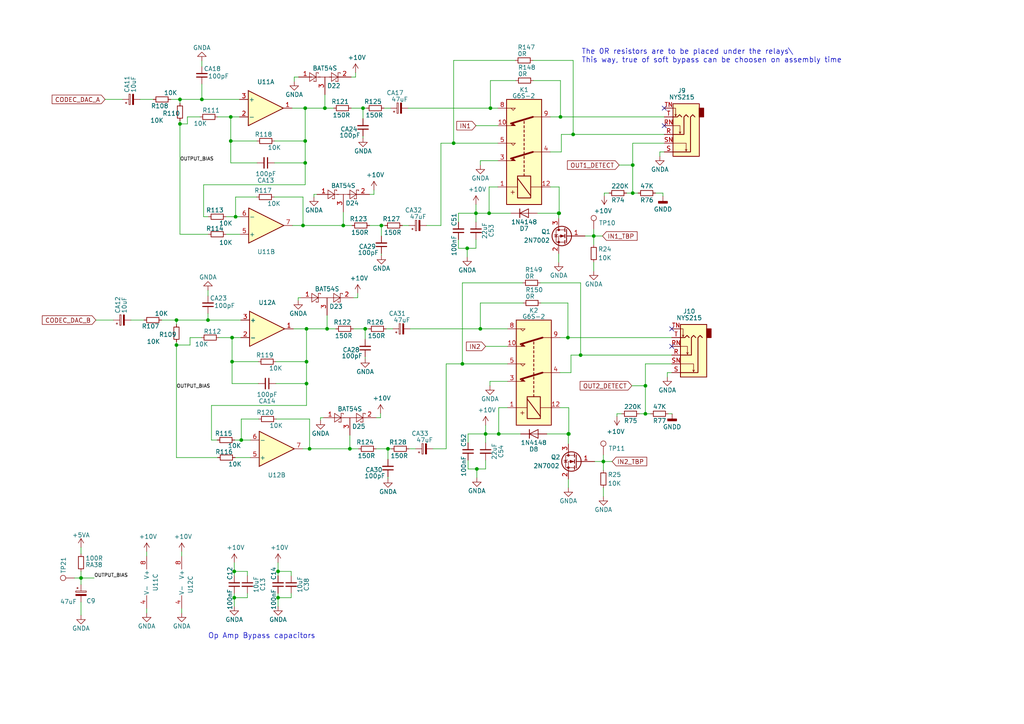
<source format=kicad_sch>
(kicad_sch (version 20211123) (generator eeschema)
  (paper "A4")
  (title_block (title "MOD DuoX - Bottom Board") (date "2022-01-26") (rev "Rev 2.0P2") (company "MOD Devices GmbH") (comment 1 "DuoX Audio processing board") (comment 2 "https://github.com/moddevices/mod-hw-duoX") (comment 3 "Inp Power: 12V 1A"))
  (junction (at 166.243 38.989))
  (junction (at 135.509 72.009))
  (junction (at 162.179 61.849))
  (junction (at 144.653 125.857))
  (junction (at 187.198 111.887))
  (junction (at 80.645 173.355))
  (junction (at 168.402 102.997))
  (junction (at 138.303 136.017))
  (junction (at 112.522 130.175))
  (junction (at 88.9 111.252))
  (junction (at 164.846 125.857))
  (junction (at 140.843 125.857))
  (junction (at 67.945 173.355))
  (junction (at 88.519 31.369))
  (junction (at 68.326 62.865))
  (junction (at 164.719 97.917))
  (junction (at 162.052 61.849))
  (junction (at 131.572 41.529))
  (junction (at 138.049 61.849))
  (junction (at 89.789 130.175))
  (junction (at 162.56 33.909))
  (junction (at 105.283 31.369))
  (junction (at 88.9 95.377))
  (junction (at 134.112 105.537))
  (junction (at 58.547 28.829))
  (junction (at 94.869 95.377))
  (junction (at 172.212 68.453))
  (junction (at 141.859 61.849))
  (junction (at 164.973 125.857))
  (junction (at 183.515 47.879))
  (junction (at 175.006 133.858))
  (junction (at 67.31 97.917))
  (junction (at 105.918 95.377))
  (junction (at 69.977 127.635))
  (junction (at 67.31 104.902))
  (junction (at 142.24 31.369))
  (junction (at 51.181 100.076))
  (junction (at 88.519 47.244))
  (junction (at 139.319 95.377))
  (junction (at 60.325 92.837))
  (junction (at 67.945 165.735))
  (junction (at 51.181 92.837))
  (junction (at 52.197 28.829))
  (junction (at 187.198 120.015))
  (junction (at 101.473 130.175))
  (junction (at 80.645 165.735))
  (junction (at 88.9 104.902))
  (junction (at 23.495 167.64))
  (junction (at 110.617 65.405))
  (junction (at 94.234 31.369))
  (junction (at 88.519 40.894))
  (junction (at 66.929 33.909))
  (junction (at 99.568 65.405))
  (junction (at 52.197 35.941))
  (junction (at 66.929 40.894))
  (junction (at 183.515 56.007))
  (junction (at 87.884 65.405))
  (no_connect (at 194.818 95.377))
  (no_connect (at 192.659 31.369))
  (no_connect (at 194.818 100.457))
  (no_connect (at 192.659 36.449))
  (wire (pts (xy 99.568 65.405) (xy 102.108 65.405)))
  (wire (pts (xy 101.473 130.175) (xy 101.473 126.238)))
  (wire (pts (xy 172.212 76.073) (xy 172.212 78.613)))
  (wire (pts (xy 139.319 46.609) (xy 139.319 47.879)))
  (wire (pts (xy 151.765 87.884) (xy 139.319 87.884)))
  (wire (pts (xy 193.548 109.347) (xy 193.548 108.077)))
  (wire (pts (xy 110.617 65.405) (xy 111.633 65.405)))
  (wire (pts (xy 69.977 121.539) (xy 69.977 127.635)))
  (wire (pts (xy 147.193 118.237) (xy 144.653 118.237)))
  (wire (pts (xy 144.399 36.449) (xy 138.049 36.449)))
  (wire (pts (xy 37.973 92.837) (xy 41.783 92.837)))
  (wire (pts (xy 165.608 102.997) (xy 165.608 108.077)))
  (wire (pts (xy 87.884 65.405) (xy 99.568 65.405)))
  (wire (pts (xy 88.519 40.894) (xy 88.519 31.369)))
  (wire (pts (xy 42.545 160.02) (xy 42.545 161.29)))
  (wire (pts (xy 99.568 65.405) (xy 99.568 61.468)))
  (wire (pts (xy 112.522 138.303) (xy 112.522 138.811)))
  (wire (pts (xy 164.973 125.857) (xy 164.973 118.237)))
  (wire (pts (xy 69.977 127.635) (xy 68.072 127.635)))
  (wire (pts (xy 71.755 167.005) (xy 71.755 165.735)))
  (wire (pts (xy 69.977 127.635) (xy 72.644 127.635)))
  (wire (pts (xy 162.814 38.989) (xy 166.243 38.989)))
  (wire (pts (xy 135.509 72.009) (xy 138.049 72.009)))
  (wire (pts (xy 144.653 125.857) (xy 151.003 125.857)))
  (wire (pts (xy 23.495 158.75) (xy 23.495 160.655)))
  (wire (pts (xy 58.039 33.909) (xy 54.356 33.909)))
  (wire (pts (xy 131.572 41.529) (xy 127.889 41.529)))
  (wire (pts (xy 140.843 136.017) (xy 140.843 133.477)))
  (wire (pts (xy 66.929 33.909) (xy 69.469 33.909)))
  (wire (pts (xy 80.645 172.085) (xy 80.645 173.355)))
  (wire (pts (xy 147.193 100.457) (xy 140.843 100.457)))
  (wire (pts (xy 164.846 138.938) (xy 164.846 141.478)))
  (wire (pts (xy 86.487 86.36) (xy 87.249 86.36)))
  (wire (pts (xy 63.5 97.917) (xy 67.31 97.917)))
  (wire (pts (xy 68.326 57.15) (xy 68.326 62.865)))
  (wire (pts (xy 51.181 92.837) (xy 51.181 94.107)))
  (wire (pts (xy 151.638 82.042) (xy 134.112 82.042)))
  (wire (pts (xy 105.918 98.425) (xy 105.918 95.377)))
  (wire (pts (xy 88.9 95.377) (xy 94.869 95.377)))
  (wire (pts (xy 138.303 138.557) (xy 138.303 136.017)))
  (wire (pts (xy 58.547 19.304) (xy 58.547 17.653)))
  (wire (pts (xy 135.763 133.477) (xy 135.763 136.017)))
  (wire (pts (xy 74.422 57.15) (xy 68.326 57.15)))
  (wire (pts (xy 105.283 31.369) (xy 106.299 31.369)))
  (wire (pts (xy 172.212 66.548) (xy 172.212 68.453)))
  (wire (pts (xy 159.639 33.909) (xy 162.56 33.909)))
  (wire (pts (xy 134.112 105.537) (xy 147.193 105.537)))
  (wire (pts (xy 187.198 105.537) (xy 194.818 105.537)))
  (wire (pts (xy 94.234 31.369) (xy 94.234 27.432)))
  (wire (pts (xy 58.547 28.829) (xy 69.469 28.829)))
  (wire (pts (xy 88.9 117.602) (xy 88.9 111.252)))
  (wire (pts (xy 164.846 125.857) (xy 158.623 125.857)))
  (wire (pts (xy 159.639 54.229) (xy 162.179 54.229)))
  (wire (pts (xy 60.452 67.945) (xy 52.197 67.945)))
  (wire (pts (xy 113.284 31.369) (xy 111.379 31.369)))
  (wire (pts (xy 27.813 92.837) (xy 32.893 92.837)))
  (wire (pts (xy 67.945 172.085) (xy 67.945 173.355)))
  (wire (pts (xy 165.608 102.997) (xy 168.402 102.997)))
  (wire (pts (xy 147.193 110.617) (xy 142.113 110.617)))
  (wire (pts (xy 135.509 74.549) (xy 135.509 72.009)))
  (wire (pts (xy 172.212 70.993) (xy 172.212 68.453)))
  (wire (pts (xy 142.113 110.617) (xy 142.113 111.887)))
  (wire (pts (xy 125.603 130.175) (xy 129.413 130.175)))
  (wire (pts (xy 108.458 56.388) (xy 108.458 55.118)))
  (wire (pts (xy 181.737 56.007) (xy 183.515 56.007)))
  (wire (pts (xy 52.705 160.02) (xy 52.705 161.29)))
  (wire (pts (xy 55.118 100.076) (xy 51.181 100.076)))
  (wire (pts (xy 105.283 31.369) (xy 101.854 31.369)))
  (wire (pts (xy 103.759 86.36) (xy 102.489 86.36)))
  (wire (pts (xy 94.869 95.377) (xy 97.409 95.377)))
  (wire (pts (xy 178.943 120.015) (xy 178.943 120.777)))
  (wire (pts (xy 179.578 47.879) (xy 183.515 47.879)))
  (wire (pts (xy 147.193 95.377) (xy 139.319 95.377)))
  (wire (pts (xy 112.522 133.223) (xy 112.522 130.175)))
  (wire (pts (xy 54.356 33.909) (xy 54.356 35.941)))
  (wire (pts (xy 175.006 131.953) (xy 175.006 133.858)))
  (wire (pts (xy 162.052 61.849) (xy 155.829 61.849)))
  (wire (pts (xy 101.473 130.175) (xy 89.789 130.175)))
  (wire (pts (xy 67.31 97.917) (xy 69.85 97.917)))
  (wire (pts (xy 79.502 57.15) (xy 87.884 57.15)))
  (wire (pts (xy 108.458 56.388) (xy 107.188 56.388)))
  (wire (pts (xy 79.629 47.244) (xy 88.519 47.244)))
  (wire (pts (xy 63.119 132.715) (xy 51.181 132.715)))
  (wire (pts (xy 88.519 47.244) (xy 88.519 40.894)))
  (wire (pts (xy 23.495 167.64) (xy 23.495 169.545)))
  (wire (pts (xy 110.363 121.158) (xy 109.093 121.158)))
  (wire (pts (xy 187.198 120.015) (xy 188.722 120.015)))
  (wire (pts (xy 138.049 59.309) (xy 138.049 61.849)))
  (wire (pts (xy 86.487 87.122) (xy 86.487 86.36)))
  (wire (pts (xy 84.455 167.005) (xy 84.455 165.735)))
  (wire (pts (xy 141.859 61.849) (xy 148.209 61.849)))
  (wire (pts (xy 164.719 87.884) (xy 164.719 97.917)))
  (wire (pts (xy 79.629 40.894) (xy 88.519 40.894)))
  (wire (pts (xy 89.789 121.539) (xy 89.789 130.175)))
  (wire (pts (xy 172.212 68.453) (xy 174.752 68.453)))
  (wire (pts (xy 175.006 141.478) (xy 175.006 144.018)))
  (wire (pts (xy 162.56 33.909) (xy 192.659 33.909)))
  (wire (pts (xy 164.719 97.917) (xy 194.818 97.917)))
  (wire (pts (xy 134.112 82.042) (xy 134.112 105.537)))
  (wire (pts (xy 144.399 54.229) (xy 141.859 54.229)))
  (wire (pts (xy 129.413 105.537) (xy 129.413 130.175)))
  (wire (pts (xy 140.843 123.317) (xy 140.843 125.857)))
  (wire (pts (xy 138.303 136.017) (xy 140.843 136.017)))
  (wire (pts (xy 101.473 130.175) (xy 104.013 130.175)))
  (wire (pts (xy 192.278 56.007) (xy 190.119 56.007)))
  (wire (pts (xy 135.763 136.017) (xy 138.303 136.017)))
  (wire (pts (xy 162.052 63.373) (xy 162.052 61.849)))
  (wire (pts (xy 183.515 47.879) (xy 183.515 56.007)))
  (wire (pts (xy 30.48 28.829) (xy 35.56 28.829)))
  (wire (pts (xy 49.53 28.829) (xy 52.197 28.829)))
  (wire (pts (xy 60.452 62.865) (xy 59.055 62.865)))
  (wire (pts (xy 193.802 120.015) (xy 194.945 120.015)))
  (wire (pts (xy 62.992 127.635) (xy 61.341 127.635)))
  (wire (pts (xy 59.055 53.594) (xy 88.519 53.594)))
  (wire (pts (xy 105.283 34.417) (xy 105.283 31.369)))
  (wire (pts (xy 72.644 132.715) (xy 68.199 132.715)))
  (wire (pts (xy 103.124 22.352) (xy 103.124 21.082)))
  (wire (pts (xy 175.006 133.858) (xy 177.546 133.858)))
  (wire (pts (xy 55.118 97.917) (xy 55.118 100.076)))
  (wire (pts (xy 144.653 118.237) (xy 144.653 125.857)))
  (wire (pts (xy 139.319 87.884) (xy 139.319 95.377)))
  (wire (pts (xy 144.399 31.369) (xy 142.24 31.369)))
  (wire (pts (xy 162.179 61.849) (xy 162.179 54.229)))
  (wire (pts (xy 52.197 35.941) (xy 52.197 67.945)))
  (wire (pts (xy 80.01 111.252) (xy 88.9 111.252)))
  (wire (pts (xy 118.618 65.405) (xy 116.713 65.405)))
  (wire (pts (xy 162.052 73.533) (xy 162.052 76.073)))
  (wire (pts (xy 192.278 56.896) (xy 192.278 56.007)))
  (wire (pts (xy 88.519 31.369) (xy 94.234 31.369)))
  (wire (pts (xy 51.181 100.076) (xy 51.181 99.187)))
  (wire (pts (xy 164.846 128.778) (xy 164.846 125.857)))
  (wire (pts (xy 142.24 31.369) (xy 142.24 23.368)))
  (wire (pts (xy 21.59 167.64) (xy 23.495 167.64)))
  (wire (pts (xy 187.198 105.537) (xy 187.198 111.887)))
  (wire (pts (xy 67.945 165.735) (xy 67.945 167.005)))
  (wire (pts (xy 85.344 23.622) (xy 85.344 22.352)))
  (wire (pts (xy 154.686 23.368) (xy 162.56 23.368)))
  (wire (pts (xy 52.705 176.53) (xy 52.705 177.8)))
  (wire (pts (xy 68.326 62.865) (xy 65.532 62.865)))
  (wire (pts (xy 175.006 136.398) (xy 175.006 133.858)))
  (wire (pts (xy 135.763 125.857) (xy 140.843 125.857)))
  (wire (pts (xy 191.389 45.339) (xy 191.389 44.069)))
  (wire (pts (xy 138.049 61.849) (xy 141.859 61.849)))
  (wire (pts (xy 154.559 17.526) (xy 166.243 17.526)))
  (wire (pts (xy 187.198 111.887) (xy 187.198 120.015)))
  (wire (pts (xy 132.969 72.009) (xy 135.509 72.009)))
  (wire (pts (xy 144.399 41.529) (xy 131.572 41.529)))
  (wire (pts (xy 52.197 35.052) (xy 52.197 35.941)))
  (wire (pts (xy 58.42 97.917) (xy 55.118 97.917)))
  (wire (pts (xy 105.918 95.377) (xy 106.934 95.377)))
  (wire (pts (xy 84.836 65.405) (xy 87.884 65.405)))
  (wire (pts (xy 129.413 105.537) (xy 134.112 105.537)))
  (wire (pts (xy 67.945 173.355) (xy 67.945 175.895)))
  (wire (pts (xy 85.09 95.377) (xy 88.9 95.377)))
  (wire (pts (xy 58.547 24.384) (xy 58.547 28.829)))
  (wire (pts (xy 61.341 117.602) (xy 88.9 117.602)))
  (wire (pts (xy 103.759 86.36) (xy 103.759 85.09)))
  (wire (pts (xy 140.843 125.857) (xy 140.843 128.397)))
  (wire (pts (xy 80.645 165.735) (xy 80.645 167.005)))
  (wire (pts (xy 112.522 130.175) (xy 109.093 130.175)))
  (wire (pts (xy 135.763 128.397) (xy 135.763 125.857)))
  (wire (pts (xy 88.519 53.594) (xy 88.519 47.244)))
  (wire (pts (xy 66.929 47.244) (xy 66.929 40.894)))
  (wire (pts (xy 89.789 130.175) (xy 87.884 130.175)))
  (wire (pts (xy 180.34 120.015) (xy 178.943 120.015)))
  (wire (pts (xy 162.179 61.849) (xy 162.052 61.849)))
  (wire (pts (xy 69.596 67.945) (xy 65.532 67.945)))
  (wire (pts (xy 23.495 174.625) (xy 23.495 178.435)))
  (wire (pts (xy 112.522 130.175) (xy 113.538 130.175)))
  (wire (pts (xy 165.608 108.077) (xy 162.433 108.077)))
  (wire (pts (xy 185.42 120.015) (xy 187.198 120.015)))
  (wire (pts (xy 169.672 68.453) (xy 172.212 68.453)))
  (wire (pts (xy 183.515 41.529) (xy 183.515 47.879)))
  (wire (pts (xy 110.363 121.158) (xy 110.363 119.888)))
  (wire (pts (xy 105.918 95.377) (xy 102.489 95.377)))
  (wire (pts (xy 127.889 41.529) (xy 127.889 65.405)))
  (wire (pts (xy 162.56 23.368) (xy 162.56 33.909)))
  (wire (pts (xy 23.495 165.735) (xy 23.495 167.64)))
  (wire (pts (xy 183.261 111.887) (xy 187.198 111.887)))
  (wire (pts (xy 162.814 38.989) (xy 162.814 44.069)))
  (wire (pts (xy 132.969 61.849) (xy 138.049 61.849)))
  (wire (pts (xy 131.572 41.529) (xy 131.572 17.526)))
  (wire (pts (xy 88.9 111.252) (xy 88.9 104.902)))
  (wire (pts (xy 68.326 62.865) (xy 69.596 62.865)))
  (wire (pts (xy 91.948 56.388) (xy 91.059 56.388)))
  (wire (pts (xy 192.659 44.069) (xy 191.389 44.069)))
  (wire (pts (xy 63.119 33.909) (xy 66.929 33.909)))
  (wire (pts (xy 168.402 102.997) (xy 194.818 102.997)))
  (wire (pts (xy 61.341 127.635) (xy 61.341 117.602)))
  (wire (pts (xy 52.197 29.972) (xy 52.197 28.829)))
  (wire (pts (xy 127.889 65.405) (xy 123.698 65.405)))
  (wire (pts (xy 71.755 172.085) (xy 71.755 173.355)))
  (wire (pts (xy 60.325 85.852) (xy 60.325 84.201)))
  (wire (pts (xy 80.137 121.539) (xy 89.789 121.539)))
  (wire (pts (xy 168.402 82.042) (xy 168.402 102.997)))
  (wire (pts (xy 156.718 82.042) (xy 168.402 82.042)))
  (wire (pts (xy 105.283 39.497) (xy 105.283 40.005)))
  (wire (pts (xy 84.455 172.085) (xy 84.455 173.355)))
  (wire (pts (xy 120.523 130.175) (xy 118.618 130.175)))
  (wire (pts (xy 91.059 56.388) (xy 91.059 57.15)))
  (wire (pts (xy 144.399 46.609) (xy 139.319 46.609)))
  (wire (pts (xy 162.433 118.237) (xy 164.973 118.237)))
  (wire (pts (xy 183.515 56.007) (xy 185.039 56.007)))
  (wire (pts (xy 85.344 22.352) (xy 86.614 22.352)))
  (wire (pts (xy 110.617 65.405) (xy 107.188 65.405)))
  (wire (pts (xy 40.64 28.829) (xy 44.45 28.829)))
  (wire (pts (xy 74.93 111.252) (xy 67.31 111.252)))
  (wire (pts (xy 132.969 64.389) (xy 132.969 61.849)))
  (wire (pts (xy 67.31 111.252) (xy 67.31 104.902)))
  (wire (pts (xy 110.617 73.533) (xy 110.617 74.041)))
  (wire (pts (xy 67.945 163.195) (xy 67.945 165.735)))
  (wire (pts (xy 92.964 121.92) (xy 92.964 121.158)))
  (wire (pts (xy 110.617 68.453) (xy 110.617 65.405)))
  (wire (pts (xy 74.549 40.894) (xy 66.929 40.894)))
  (wire (pts (xy 84.455 165.735) (xy 80.645 165.735)))
  (wire (pts (xy 60.325 92.837) (xy 69.85 92.837)))
  (wire (pts (xy 175.26 56.007) (xy 175.26 56.769)))
  (wire (pts (xy 139.319 95.377) (xy 118.999 95.377)))
  (wire (pts (xy 164.973 125.857) (xy 164.846 125.857)))
  (wire (pts (xy 84.455 173.355) (xy 80.645 173.355)))
  (wire (pts (xy 66.929 40.894) (xy 66.929 33.909)))
  (wire (pts (xy 113.919 95.377) (xy 112.014 95.377)))
  (wire (pts (xy 93.853 121.158) (xy 92.964 121.158)))
  (wire (pts (xy 172.466 133.858) (xy 175.006 133.858)))
  (wire (pts (xy 71.755 173.355) (xy 67.945 173.355)))
  (wire (pts (xy 52.197 28.829) (xy 58.547 28.829)))
  (wire (pts (xy 140.843 125.857) (xy 144.653 125.857)))
  (wire (pts (xy 142.24 23.368) (xy 149.606 23.368)))
  (wire (pts (xy 80.01 104.902) (xy 88.9 104.902)))
  (wire (pts (xy 162.814 44.069) (xy 159.639 44.069)))
  (wire (pts (xy 51.181 132.715) (xy 51.181 100.076)))
  (wire (pts (xy 162.433 97.917) (xy 164.719 97.917)))
  (wire (pts (xy 80.645 163.195) (xy 80.645 165.735)))
  (wire (pts (xy 54.356 35.941) (xy 52.197 35.941)))
  (wire (pts (xy 80.645 173.355) (xy 80.645 175.895)))
  (wire (pts (xy 46.863 92.837) (xy 51.181 92.837)))
  (wire (pts (xy 59.055 62.865) (xy 59.055 53.594)))
  (wire (pts (xy 94.234 31.369) (xy 96.774 31.369)))
  (wire (pts (xy 105.918 103.505) (xy 105.918 104.013)))
  (wire (pts (xy 27.305 167.64) (xy 23.495 167.64)))
  (wire (pts (xy 194.818 108.077) (xy 193.548 108.077)))
  (wire (pts (xy 156.845 87.884) (xy 164.719 87.884)))
  (wire (pts (xy 75.057 121.539) (xy 69.977 121.539)))
  (wire (pts (xy 74.549 47.244) (xy 66.929 47.244)))
  (wire (pts (xy 71.755 165.735) (xy 67.945 165.735)))
  (wire (pts (xy 51.181 92.837) (xy 60.325 92.837)))
  (wire (pts (xy 141.859 54.229) (xy 141.859 61.849)))
  (wire (pts (xy 176.657 56.007) (xy 175.26 56.007)))
  (wire (pts (xy 60.325 90.932) (xy 60.325 92.837)))
  (wire (pts (xy 166.243 17.526) (xy 166.243 38.989)))
  (wire (pts (xy 87.884 57.15) (xy 87.884 65.405)))
  (wire (pts (xy 84.709 31.369) (xy 88.519 31.369)))
  (wire (pts (xy 138.049 72.009) (xy 138.049 69.469)))
  (wire (pts (xy 94.869 95.377) (xy 94.869 91.44)))
  (wire (pts (xy 132.969 69.469) (xy 132.969 72.009)))
  (wire (pts (xy 88.9 104.902) (xy 88.9 95.377)))
  (wire (pts (xy 192.659 41.529) (xy 183.515 41.529)))
  (wire (pts (xy 103.124 22.352) (xy 101.854 22.352)))
  (wire (pts (xy 42.545 176.53) (xy 42.545 177.8)))
  (wire (pts (xy 138.049 61.849) (xy 138.049 64.389)))
  (wire (pts (xy 67.31 104.902) (xy 67.31 97.917)))
  (wire (pts (xy 166.243 38.989) (xy 192.659 38.989)))
  (wire (pts (xy 74.93 104.902) (xy 67.31 104.902)))
  (wire (pts (xy 142.24 31.369) (xy 118.364 31.369)))
  (wire (pts (xy 131.572 17.526) (xy 149.479 17.526)))
  (text "The 0R resistors are to be placed under the relays\\\nThis way, true of soft bypass can be choosen on assembly time\n" (at 168.656 18.415 0) (effects (font (size 1.524 1.524)) (justify left bottom)))
  (text "Op Amp Bypass capacitors" (at 60.325 185.42 0) (effects (font (size 1.524 1.524)) (justify left bottom)))
  (label "OUTPUT_BIAS" (at 51.181 112.776 0) (effects (font (size 0.9906 0.9906))))
  (label "OUTPUT_BIAS" (at 27.305 167.64 0) (effects (font (size 0.9906 0.9906))))
  (label "OUTPUT_BIAS" (at 52.197 46.863 0) (effects (font (size 0.9906 0.9906))))
  (global_label "IN2_TBP" (shape input) (at 177.546 133.858 0) (property "Intersheet References" "${INTERSHEET_REFS}" (effects hide)))
  (global_label "IN1" (shape input) (at 138.049 36.449 180) (property "Intersheet References" "${INTERSHEET_REFS}" (effects hide)))
  (global_label "IN2" (shape input) (at 140.843 100.457 180) (property "Intersheet References" "${INTERSHEET_REFS}" (effects hide)))
  (global_label "OUT1_DETECT" (shape input) (at 179.578 47.879 180) (property "Intersheet References" "${INTERSHEET_REFS}" (effects hide)))
  (global_label "CODEC_DAC_A" (shape input) (at 30.48 28.829 180) (property "Intersheet References" "${INTERSHEET_REFS}" (effects hide)))
  (global_label "OUT2_DETECT" (shape input) (at 183.261 111.887 180) (property "Intersheet References" "${INTERSHEET_REFS}" (effects hide)))
  (global_label "IN1_TBP" (shape input) (at 174.752 68.453 0) (property "Intersheet References" "${INTERSHEET_REFS}" (effects hide)))
  (global_label "CODEC_DAC_B" (shape input) (at 27.813 92.837 180) (property "Intersheet References" "${INTERSHEET_REFS}" (effects hide)))
  (symbol (lib_id "bottom-board-rescue:CP_Small-Device") (at 115.824 31.369 90) (unit 1)
    (property "Reference" "CA17" (at 117.094 26.924 90) (effects (justify left)))
    (property "Value" "47uF" (at 118.364 28.829 90) (effects (justify left)))
    (property "Footprint" "Capacitor_SMD:CP_Elec_6.3x7.7" (effects hide))
    (property "MPN" "EDK476M016A9DAA" (effects hide))
  )
  (symbol (lib_id "bottom-board-rescue:AudioJack3_Switch-Connector") (at 197.739 38.989 180) (unit 1)
    (property "Reference" "J9" (at 197.739 26.289 0))
    (property "Value" "NYS215" (at 197.739 28.194 0))
    (property "Footprint" "footprints:NMJ6HCD2" (effects hide))
    (property "MPN" "NYS215" (effects hide))
  )
  (symbol (lib_id "bottom-board-rescue:GNDA-power") (at 191.389 45.339 0) (unit 1)
    (property "Reference" "#PWR0135" (effects hide))
    (property "Value" "GNDA" (at 191.389 49.149 0))
  )
  (symbol (lib_id "bottom-board-rescue:GNDA-power") (at 135.509 74.549 0) (unit 1)
    (property "Reference" "#PWR0127" (effects hide))
    (property "Value" "GNDA" (at 135.509 78.359 0))
  )
  (symbol (lib_id "bottom-board-rescue:GNDA-power") (at 164.846 141.478 0) (unit 1)
    (property "Reference" "#PWR0134" (effects hide))
    (property "Value" "GNDA" (at 164.846 145.288 0))
  )
  (symbol (lib_id "bottom-board-rescue:GNDA-power") (at 175.006 144.018 0) (unit 1)
    (property "Reference" "#PWR0138" (effects hide))
    (property "Value" "GNDA" (at 175.006 147.828 0))
  )
  (symbol (lib_id "bottom-board-rescue:GNDA-power") (at 142.113 111.887 0) (unit 1)
    (property "Reference" "#PWR0132" (effects hide))
    (property "Value" "GNDA" (at 142.113 115.697 0))
  )
  (symbol (lib_id "bottom-board-rescue:GNDA-power") (at 138.303 138.557 0) (unit 1)
    (property "Reference" "#PWR0128" (effects hide))
    (property "Value" "GNDA" (at 138.303 142.367 0))
  )
  (symbol (lib_id "bottom-board-rescue:Q_NMOS_GSD-Device") (at 164.592 68.453 0) (mirror y) (unit 1)
    (property "Reference" "Q1" (at 156.972 67.183 0) (effects (justify right)))
    (property "Value" "2N7002" (at 151.892 69.723 0) (effects (justify right)))
    (property "Footprint" "Package_TO_SOT_SMD:SOT-23" (effects hide))
    (property "MPN" "DO NOT PLACE" (effects hide))
    (property "MPN2" "2N7002P 215" (effects hide))
  )
  (symbol (lib_id "bottom-board-rescue:GNDA-power") (at 162.052 76.073 0) (unit 1)
    (property "Reference" "#PWR0133" (effects hide))
    (property "Value" "GNDA" (at 162.052 79.883 0))
  )
  (symbol (lib_id "bottom-board-rescue:GNDA-power") (at 172.212 78.613 0) (unit 1)
    (property "Reference" "#PWR0137" (effects hide))
    (property "Value" "GNDA" (at 172.212 82.423 0))
  )
  (symbol (lib_id "bottom-board-rescue:GNDA-power") (at 139.319 47.879 0) (unit 1)
    (property "Reference" "#PWR0131" (effects hide))
    (property "Value" "GNDA" (at 139.319 51.689 0))
  )
  (symbol (lib_id "bottom-board-rescue:1N4148WS-Diode") (at 152.019 61.849 0) (unit 1)
    (property "Reference" "D7" (at 152.019 66.294 0))
    (property "Value" "1N4148" (at 152.019 64.389 0))
    (property "Footprint" "Diode_SMD:D_SOD-323" (effects hide))
    (property "MPN" "DO NOT PLACE" (effects hide))
    (property "MPN2" "1N4148WX-TP" (effects hide))
  )
  (symbol (lib_id "bottom-board-rescue:LM4562-Amplifier_Operational") (at 77.089 31.369 0) (unit 1)
    (property "Reference" "U11" (at 77.089 23.749 0))
    (property "Datasheet" "http://www.ti.com/lit/ds/symlink/opa1678.pdf" (effects hide))
    (property "MPN" "OPA1678IDR" (effects hide))
    (property "MPN2" "LM833DR2G" (effects hide))
  )
  (symbol (lib_id "bottom-board-rescue:LM4562-Amplifier_Operational") (at 45.085 168.91 0) (unit 3)
    (property "Reference" "U11" (at 45.085 168.91 90))
    (property "Datasheet" "http://www.ti.com/lit/ds/symlink/opa1678.pdf" (effects hide))
    (property "MPN" "OPA1678IDR" (effects hide))
    (property "MPN2" "LM833DR2G" (effects hide))
  )
  (symbol (lib_id "bottom-board-rescue:G6S-2-Relay") (at 154.813 108.077 90) (unit 1)
    (property "Reference" "K2" (at 154.813 90.043 90))
    (property "Value" "G6S-2" (at 154.813 91.821 90))
    (property "Footprint" "footprints:Relay_DPDT_Omron_G6S-2F" (effects hide))
    (property "Datasheet" "http://omronfs.omron.com/en_US/ecb/products/pdf/en-g6s.pdf" (effects hide))
    (property "MPN" "DO NOT PLACE" (effects hide))
    (property "MPN2" "EE2-12NU-L" (effects hide))
  )
  (symbol (lib_id "bottom-board-rescue:LM4562-Amplifier_Operational") (at 77.216 65.405 0) (mirror x) (unit 2)
    (property "Reference" "U11" (at 77.216 73.025 0))
    (property "Datasheet" "http://www.ti.com/lit/ds/symlink/opa1678.pdf" (effects hide))
    (property "MPN" "OPA1678IDR" (effects hide))
    (property "MPN2" "LM833DR2G" (effects hide))
  )
  (symbol (lib_id "bottom-board-rescue:LM4562-Amplifier_Operational") (at 55.245 168.91 0) (unit 3)
    (property "Reference" "U12" (at 55.245 169.545 90))
    (property "Datasheet" "http://www.ti.com/lit/ds/symlink/opa1678.pdf" (effects hide))
    (property "MPN" "OPA1678IDR" (effects hide))
    (property "MPN2" "LM833DR2G" (effects hide))
  )
  (symbol (lib_id "bottom-board-rescue:LM4562-Amplifier_Operational") (at 77.47 95.377 0) (unit 1)
    (property "Reference" "U12" (at 77.47 87.757 0))
    (property "Datasheet" "http://www.ti.com/lit/ds/symlink/opa1678.pdf" (effects hide))
    (property "MPN" "OPA1678IDR" (effects hide))
    (property "MPN2" "LM833DR2G" (effects hide))
  )
  (symbol (lib_id "bottom-board-rescue:LM4562-Amplifier_Operational") (at 80.264 130.175 0) (mirror x) (unit 2)
    (property "Reference" "U12" (at 80.264 137.795 0))
    (property "Datasheet" "http://www.ti.com/lit/ds/symlink/opa1678.pdf" (effects hide))
    (property "MPN" "OPA1678IDR" (effects hide))
    (property "MPN2" "LM833DR2G" (effects hide))
  )
  (symbol (lib_id "bottom-board-rescue:R_Small-Device") (at 46.99 28.829 90) (unit 1)
    (property "Reference" "R108" (at 48.895 30.734 90) (effects (justify left)))
    (property "Value" "10K" (at 51.435 26.924 90) (effects (justify left)))
    (property "Footprint" "Resistor_SMD:R_0603_1608Metric" (effects hide))
    (property "MPN" "RR0816P-103-D" (effects hide))
  )
  (symbol (lib_id "bottom-board-rescue:R_Small-Device") (at 44.323 92.837 90) (unit 1)
    (property "Reference" "R107" (at 46.228 94.615 90) (effects (justify left)))
    (property "Value" "10K" (at 48.768 90.932 90) (effects (justify left)))
    (property "Footprint" "Resistor_SMD:R_0603_1608Metric" (effects hide))
    (property "MPN" "RR0816P-103-D" (effects hide))
  )
  (symbol (lib_id "bottom-board-rescue:R_Small-Device") (at 77.089 40.894 90) (mirror x) (unit 1)
    (property "Reference" "R118" (at 78.994 38.989 90) (effects (justify left)))
    (property "Value" "10K" (at 81.534 42.799 90) (effects (justify left)))
    (property "Footprint" "Resistor_SMD:R_0603_1608Metric" (effects hide))
    (property "MPN" "RR0816P-103-D" (effects hide))
  )
  (symbol (lib_id "bottom-board-rescue:CP_Small-Device") (at 38.1 28.829 90) (unit 1)
    (property "Reference" "CA11" (at 36.83 26.924 0) (effects (justify left)))
    (property "Value" "10uF" (at 38.735 26.924 0) (effects (justify left)))
    (property "Footprint" "Capacitor_SMD:CP_Elec_4x5.7" (effects hide))
    (property "MPN" "EEE-HB1C100R" (effects hide))
  )
  (symbol (lib_id "bottom-board-rescue:CP_Small-Device") (at 35.433 92.837 90) (unit 1)
    (property "Reference" "CA12" (at 34.163 90.932 0) (effects (justify left)))
    (property "Value" "10uF" (at 36.068 90.932 0) (effects (justify left)))
    (property "Footprint" "Capacitor_SMD:CP_Elec_4x5.7" (effects hide))
    (property "MPN" "EEE-HB1C100R" (effects hide))
  )
  (symbol (lib_id "bottom-board-rescue:C_Small-Device") (at 132.969 66.929 180) (unit 1)
    (property "Reference" "C51" (at 131.699 65.659 90) (effects (justify right)))
    (property "Value" "100nF" (at 131.699 68.199 90) (effects (justify left)))
    (property "Footprint" "Capacitor_SMD:C_0603_1608Metric" (effects hide))
    (property "MPN" "DO NOT PLACE" (effects hide))
    (property "MPN2" "GCM188R71C104KA37D" (effects hide))
  )
  (symbol (lib_id "bottom-board-rescue:C_Small-Device") (at 135.763 130.937 180) (unit 1)
    (property "Reference" "C52" (at 134.493 129.667 90) (effects (justify right)))
    (property "Value" "100nF" (at 134.493 132.207 90) (effects (justify left)))
    (property "Footprint" "Capacitor_SMD:C_0603_1608Metric" (effects hide))
    (property "MPN" "DO NOT PLACE" (effects hide))
    (property "MPN2" "GCM188R71C104KA37D" (effects hide))
  )
  (symbol (lib_id "bottom-board-rescue:AudioJack3_Switch-Connector") (at 199.898 102.997 180) (unit 1)
    (property "Reference" "J10" (at 199.898 90.297 0))
    (property "Value" "NYS215" (at 199.898 92.202 0))
    (property "Footprint" "footprints:NMJ6HCD2" (effects hide))
    (property "MPN" "NYS215" (effects hide))
  )
  (symbol (lib_id "bottom-board-rescue:GNDA-power") (at 193.548 109.347 0) (unit 1)
    (property "Reference" "#PWR0136" (effects hide))
    (property "Value" "GNDA" (at 193.548 113.157 0))
  )
  (symbol (lib_id "bottom-board-rescue:C_Small-Device") (at 77.089 47.244 270) (mirror x) (unit 1)
    (property "Reference" "CA13" (at 77.089 52.324 90))
    (property "Value" "100pF" (at 77.089 50.419 90))
    (property "Footprint" "Capacitor_SMD:C_0603_1608Metric" (effects hide))
    (property "MPN" "C0603C101J3GACTU" (effects hide))
  )
  (symbol (lib_id "bottom-board-rescue:1N4148WS-Diode") (at 154.813 125.857 0) (unit 1)
    (property "Reference" "D8" (at 154.813 130.302 0))
    (property "Value" "1N4148" (at 154.813 128.397 0))
    (property "Footprint" "Diode_SMD:D_SOD-323" (effects hide))
    (property "MPN" "DO NOT PLACE" (effects hide))
    (property "MPN2" "1N4148WX-TP" (effects hide))
  )
  (symbol (lib_id "bottom-board-rescue:R_Small-Device") (at 77.47 104.902 90) (mirror x) (unit 1)
    (property "Reference" "R119" (at 79.375 102.997 90) (effects (justify left)))
    (property "Value" "10K" (at 81.915 106.807 90) (effects (justify left)))
    (property "Footprint" "Resistor_SMD:R_0603_1608Metric" (effects hide))
    (property "MPN" "RR0816P-103-D" (effects hide))
  )
  (symbol (lib_id "bottom-board-rescue:C_Small-Device") (at 77.47 111.252 270) (mirror x) (unit 1)
    (property "Reference" "CA14" (at 77.47 116.332 90))
    (property "Value" "100pF" (at 77.47 114.427 90))
    (property "Footprint" "Capacitor_SMD:C_0603_1608Metric" (effects hide))
    (property "MPN" "C0603C101J3GACTU" (effects hide))
  )
  (symbol (lib_id "bottom-board-rescue:Q_NMOS_GSD-Device") (at 167.386 133.858 0) (mirror y) (unit 1)
    (property "Reference" "Q2" (at 159.766 132.588 0) (effects (justify right)))
    (property "Value" "2N7002" (at 154.686 135.128 0) (effects (justify right)))
    (property "Footprint" "Package_TO_SOT_SMD:SOT-23" (effects hide))
    (property "MPN" "DO NOT PLACE" (effects hide))
    (property "MPN2" "2N7002P 215" (effects hide))
  )
  (symbol (lib_id "bottom-board-rescue:R_Small-Device") (at 172.212 73.533 0) (unit 1)
    (property "Reference" "R24" (at 173.482 72.263 0) (effects (justify left)))
    (property "Value" "10K" (at 173.482 74.803 0) (effects (justify left)))
    (property "Footprint" "Resistor_SMD:R_0603_1608Metric" (effects hide))
    (property "MPN" "DO NOT PLACE" (effects hide))
  )
  (symbol (lib_id "bottom-board-rescue:R_Small-Device") (at 175.006 138.938 0) (unit 1)
    (property "Reference" "R25" (at 176.276 137.668 0) (effects (justify left)))
    (property "Value" "10K" (at 176.276 140.208 0) (effects (justify left)))
    (property "Footprint" "Resistor_SMD:R_0603_1608Metric" (effects hide))
    (property "MPN" "DO NOT PLACE" (effects hide))
  )
  (symbol (lib_id "bottom-board-rescue:G6S-2-Relay") (at 152.019 44.069 90) (unit 1)
    (property "Reference" "K1" (at 152.019 26.035 90))
    (property "Value" "G6S-2" (at 151.892 27.813 90))
    (property "Footprint" "footprints:Relay_DPDT_Omron_G6S-2F" (effects hide))
    (property "Datasheet" "http://omronfs.omron.com/en_US/ecb/products/pdf/en-g6s.pdf" (effects hide))
    (property "MPN" "DO NOT PLACE" (effects hide))
    (property "MPN2" "EE2-12NU-L" (effects hide))
  )
  (symbol (lib_id "bottom-board-rescue:TestPoint-Connector") (at 21.59 167.64 90) (unit 1)
    (property "Reference" "TP21" (at 18.415 166.37 0) (effects (justify left)))
    (property "Value" "TestPoint" (effects hide))
    (property "Footprint" "TestPoint:TestPoint_Pad_D1.0mm" (effects hide))
  )
  (symbol (lib_id "bottom-board-rescue:GNDA-power") (at 23.495 178.435 0) (unit 1)
    (property "Reference" "#PWR0104" (effects hide))
    (property "Value" "GNDA" (at 23.495 182.245 0))
  )
  (symbol (lib_id "bottom-board-rescue:GNDA-power") (at 52.705 177.8 0) (unit 1)
    (property "Reference" "#PWR0109" (effects hide))
    (property "Value" "GNDA" (at 52.705 181.61 0))
  )
  (symbol (lib_id "bottom-board-rescue:GNDA-power") (at 42.545 177.8 0) (unit 1)
    (property "Reference" "#PWR0107" (effects hide))
    (property "Value" "GNDA" (at 42.545 181.61 0))
  )
  (symbol (lib_id "bottom-board-rescue:GNDA-power") (at 67.945 175.895 0) (unit 1)
    (property "Reference" "#PWR0111" (effects hide))
    (property "Value" "GNDA" (at 67.945 179.705 0))
  )
  (symbol (lib_id "bottom-board-rescue:C_Small-Device") (at 67.945 169.545 180) (unit 1)
    (property "Reference" "C12" (at 66.675 168.275 90) (effects (justify right)))
    (property "Value" "100nF" (at 66.675 170.815 90) (effects (justify left)))
    (property "Footprint" "Capacitor_SMD:C_0603_1608Metric" (effects hide))
    (property "MPN" "GCM188R71C104KA37D" (effects hide))
  )
  (symbol (lib_id "bottom-board-rescue:C_Small-Device") (at 71.755 169.545 0) (mirror y) (unit 1)
    (property "Reference" "C13" (at 76.2 169.545 90))
    (property "Value" "10uF" (at 74.295 169.545 90))
    (property "Footprint" "Capacitor_SMD:C_0805_2012Metric" (effects hide))
    (property "MPN" "GRM219R61E106KA12D" (effects hide))
  )
  (symbol (lib_id "bottom-board-rescue:GNDA-power") (at 80.645 175.895 0) (unit 1)
    (property "Reference" "#PWR0113" (effects hide))
    (property "Value" "GNDA" (at 80.645 179.705 0))
  )
  (symbol (lib_id "bottom-board-rescue:C_Small-Device") (at 80.645 169.545 180) (unit 1)
    (property "Reference" "C14" (at 79.375 168.275 90) (effects (justify right)))
    (property "Value" "100nF" (at 79.375 170.815 90) (effects (justify left)))
    (property "Footprint" "Capacitor_SMD:C_0603_1608Metric" (effects hide))
    (property "MPN" "GCM188R71C104KA37D" (effects hide))
  )
  (symbol (lib_id "bottom-board-rescue:C_Small-Device") (at 84.455 169.545 0) (mirror y) (unit 1)
    (property "Reference" "C38" (at 88.9 169.545 90))
    (property "Value" "10uF" (at 86.995 169.545 90))
    (property "Footprint" "Capacitor_SMD:C_0805_2012Metric" (effects hide))
    (property "MPN" "GRM219R61E106KA12D" (effects hide))
  )
  (symbol (lib_id "bottom-board-rescue:TestPoint-Connector") (at 172.212 66.548 0) (unit 1)
    (property "Reference" "TP10" (at 173.6852 64.6684 0) (effects (justify left)))
    (property "Value" "TestPoint" (effects hide))
    (property "Footprint" "TestPoint:TestPoint_Pad_D1.0mm" (effects hide))
  )
  (symbol (lib_id "bottom-board-rescue:TestPoint-Connector") (at 175.006 131.953 0) (unit 1)
    (property "Reference" "TP11" (at 176.4792 130.0734 0) (effects (justify left)))
    (property "Value" "TestPoint" (effects hide))
    (property "Footprint" "TestPoint:TestPoint_Pad_D1.0mm" (effects hide))
  )
  (symbol (lib_id "bottom-board-rescue:C_Small-Device") (at 138.049 66.929 0) (mirror y) (unit 1)
    (property "Reference" "C53" (at 142.494 66.929 90))
    (property "Value" "22uF" (at 140.589 66.929 90))
    (property "Footprint" "Capacitor_SMD:C_0805_2012Metric" (effects hide))
    (property "MPN" "DO NOT PLACE" (effects hide))
    (property "MPN2" "CL21A226MPQNNNE" (effects hide))
  )
  (symbol (lib_id "bottom-board-rescue:C_Small-Device") (at 140.843 130.937 0) (mirror y) (unit 1)
    (property "Reference" "C54" (at 145.288 130.937 90))
    (property "Value" "22uF" (at 143.383 130.937 90))
    (property "Footprint" "Capacitor_SMD:C_0805_2012Metric" (effects hide))
    (property "MPN" "DO NOT PLACE" (effects hide))
    (property "MPN2" "CL21A226MPQNNNE" (effects hide))
  )
  (symbol (lib_id "bottom-board-rescue:CP_Small-Device") (at 23.495 172.085 0) (unit 1)
    (property "Reference" "C9" (at 25.019 174.2948 0) (effects (justify left)))
    (property "Value" "47uF" (at 17.399 174.5234 0) (effects (justify left)))
    (property "Footprint" "Capacitor_SMD:CP_Elec_5x5.4" (effects hide))
    (property "MPN" "EDK476M016A9DAA" (effects hide))
  )
  (symbol (lib_id "bottom-board-rescue:+5VA-power") (at 23.495 158.75 0) (mirror y) (unit 1)
    (property "Reference" "#PWR0154" (effects hide))
    (property "Value" "+5VA" (at 23.495 155.194 0))
  )
  (symbol (lib_id "bottom-board-rescue:R_Small-Device") (at 23.495 163.195 0) (unit 1)
    (property "Reference" "RA38" (at 24.765 163.83 0) (effects (justify left)))
    (property "Value" "100R" (at 24.765 161.925 0) (effects (justify left)))
    (property "Footprint" "Resistor_SMD:R_0603_1608Metric" (effects hide))
    (property "MPN" "RT0603DRD07100RL" (effects hide))
  )
  (symbol (lib_id "bottom-board-rescue:C_Small-Device") (at 58.547 21.844 0) (mirror x) (unit 1)
    (property "Reference" "CA18" (at 61.595 19.939 0))
    (property "Value" "100pF" (at 63.373 22.098 0))
    (property "Footprint" "Capacitor_SMD:C_0603_1608Metric" (effects hide))
    (property "MPN" "C0603C101J3GACTU" (effects hide))
  )
  (symbol (lib_id "bottom-board-rescue:GNDA-power") (at 58.547 17.653 180) (unit 1)
    (property "Reference" "#PWR0276" (effects hide))
    (property "Value" "GNDA" (at 58.547 13.843 0))
  )
  (symbol (lib_id "bottom-board-rescue:R_Small-Device") (at 52.197 32.512 0) (unit 1)
    (property "Reference" "R110" (at 47.117 32.893 0) (effects (justify left)))
    (property "Value" "10K" (at 43.561 34.925 0) (effects (justify left)))
    (property "Footprint" "Resistor_SMD:R_0603_1608Metric" (effects hide))
    (property "MPN" "RR0816P-103-D" (effects hide))
  )
  (symbol (lib_id "bottom-board-rescue:R_Small-Device") (at 60.579 33.909 270) (unit 1)
    (property "Reference" "R111" (at 58.674 32.004 90) (effects (justify left)))
    (property "Value" "10K" (at 56.134 35.814 90) (effects (justify left)))
    (property "Footprint" "Resistor_SMD:R_0603_1608Metric" (effects hide))
    (property "MPN" "RR0816P-103-D" (effects hide))
  )
  (symbol (lib_id "bottom-board-rescue:R_Small-Device") (at 76.962 57.15 90) (mirror x) (unit 1)
    (property "Reference" "R117" (at 78.867 55.245 90) (effects (justify left)))
    (property "Value" "10K" (at 81.407 59.055 90) (effects (justify left)))
    (property "Footprint" "Resistor_SMD:R_0603_1608Metric" (effects hide))
    (property "MPN" "RR0816P-103-D" (effects hide))
  )
  (symbol (lib_id "bottom-board-rescue:R_Small-Device") (at 62.992 62.865 90) (mirror x) (unit 1)
    (property "Reference" "R113" (at 64.897 60.96 90) (effects (justify left)))
    (property "Value" "10K" (at 67.437 64.77 90) (effects (justify left)))
    (property "Footprint" "Resistor_SMD:R_0603_1608Metric" (effects hide))
    (property "MPN" "RR0816P-103-D" (effects hide))
  )
  (symbol (lib_id "bottom-board-rescue:R_Small-Device") (at 62.992 67.945 90) (mirror x) (unit 1)
    (property "Reference" "R114" (at 64.897 66.294 90) (effects (justify left)))
    (property "Value" "10K" (at 67.437 70.358 90) (effects (justify left)))
    (property "Footprint" "Resistor_SMD:R_0603_1608Metric" (effects hide))
    (property "MPN" "RR0816P-103-D" (effects hide))
  )
  (symbol (lib_id "bottom-board-rescue:BAT54S-Diode") (at 94.234 22.352 0) (unit 1)
    (property "Reference" "D22" (at 94.869 24.892 0) (effects (justify left)))
    (property "Value" "BAT54S" (at 94.234 19.812 0))
    (property "Footprint" "Package_TO_SOT_SMD:SOT-23" (effects hide))
    (property "Datasheet" "https://www.diodes.com/assets/Datasheets/ds11005.pdf" (effects hide))
    (property "MPN" "BAT54SFILM" (effects hide))
  )
  (symbol (lib_id "bottom-board-rescue:GNDA-power") (at 85.344 23.622 0) (unit 1)
    (property "Reference" "#PWR0277" (effects hide))
    (property "Value" "GNDA" (at 85.344 27.432 0))
  )
  (symbol (lib_id "power:+10V") (at 103.124 21.082 0) (unit 1)
    (property "Reference" "#PWR0278" (effects hide))
    (property "Value" "+10V" (at 103.505 16.6878 0))
  )
  (symbol (lib_id "bottom-board-rescue:R_Small-Device") (at 99.314 31.369 90) (mirror x) (unit 1)
    (property "Reference" "R121" (at 101.219 29.464 90) (effects (justify left)))
    (property "Value" "150R" (at 101.6 33.401 90) (effects (justify left)))
    (property "Footprint" "Resistor_SMD:R_0603_1608Metric" (effects hide))
    (property "MPN" "RC0603FR-07150RL" (effects hide))
  )
  (symbol (lib_id "bottom-board-rescue:C_Small-Device") (at 105.283 36.957 0) (mirror x) (unit 1)
    (property "Reference" "CA24" (at 101.219 37.465 0))
    (property "Value" "100pF" (at 101.473 39.243 0))
    (property "Footprint" "Capacitor_SMD:C_0603_1608Metric" (effects hide))
    (property "MPN" "C0603C101J3GACTU" (effects hide))
  )
  (symbol (lib_id "bottom-board-rescue:GNDA-power") (at 105.283 40.005 0) (unit 1)
    (property "Reference" "#PWR0279" (effects hide))
    (property "Value" "GNDA" (at 105.283 43.815 0))
  )
  (symbol (lib_id "bottom-board-rescue:R_Small-Device") (at 108.839 31.369 90) (mirror x) (unit 1)
    (property "Reference" "R125" (at 110.744 29.464 90) (effects (justify left)))
    (property "Value" "150R" (at 111.125 33.401 90) (effects (justify left)))
    (property "Footprint" "Resistor_SMD:R_0603_1608Metric" (effects hide))
    (property "MPN" "RC0603FR-07150RL" (effects hide))
  )
  (symbol (lib_id "bottom-board-rescue:CP_Small-Device") (at 121.158 65.405 90) (unit 1)
    (property "Reference" "CA32" (at 122.428 60.96 90) (effects (justify left)))
    (property "Value" "47uF" (at 123.698 62.865 90) (effects (justify left)))
    (property "Footprint" "Capacitor_SMD:CP_Elec_6.3x7.7" (effects hide))
    (property "MPN" "EDK476M016A9DAA" (effects hide))
  )
  (symbol (lib_id "bottom-board-rescue:BAT54S-Diode") (at 99.568 56.388 0) (unit 1)
    (property "Reference" "D24" (at 100.203 58.928 0) (effects (justify left)))
    (property "Value" "BAT54S" (at 99.568 53.848 0))
    (property "Footprint" "Package_TO_SOT_SMD:SOT-23" (effects hide))
    (property "Datasheet" "https://www.diodes.com/assets/Datasheets/ds11005.pdf" (effects hide))
    (property "MPN" "BAT54SFILM" (effects hide))
  )
  (symbol (lib_id "power:+10V") (at 108.458 55.118 0) (unit 1)
    (property "Reference" "#PWR0280" (effects hide))
    (property "Value" "+10V" (at 108.839 50.7238 0))
  )
  (symbol (lib_id "bottom-board-rescue:R_Small-Device") (at 104.648 65.405 90) (mirror x) (unit 1)
    (property "Reference" "R123" (at 106.553 63.5 90) (effects (justify left)))
    (property "Value" "150R" (at 106.934 67.437 90) (effects (justify left)))
    (property "Footprint" "Resistor_SMD:R_0603_1608Metric" (effects hide))
    (property "MPN" "RC0603FR-07150RL" (effects hide))
  )
  (symbol (lib_id "bottom-board-rescue:C_Small-Device") (at 110.617 70.993 0) (mirror x) (unit 1)
    (property "Reference" "CA29" (at 106.553 71.501 0))
    (property "Value" "100pF" (at 106.807 73.279 0))
    (property "Footprint" "Capacitor_SMD:C_0603_1608Metric" (effects hide))
    (property "MPN" "C0603C101J3GACTU" (effects hide))
  )
  (symbol (lib_id "bottom-board-rescue:GNDA-power") (at 110.617 74.041 0) (unit 1)
    (property "Reference" "#PWR0281" (effects hide))
    (property "Value" "GNDA" (at 110.617 77.851 0))
  )
  (symbol (lib_id "bottom-board-rescue:R_Small-Device") (at 114.173 65.405 90) (mirror x) (unit 1)
    (property "Reference" "R127" (at 116.078 63.5 90) (effects (justify left)))
    (property "Value" "150R" (at 116.459 67.437 90) (effects (justify left)))
    (property "Footprint" "Resistor_SMD:R_0603_1608Metric" (effects hide))
    (property "MPN" "RC0603FR-07150RL" (effects hide))
  )
  (symbol (lib_id "bottom-board-rescue:GNDA-power") (at 91.059 57.15 0) (unit 1)
    (property "Reference" "#PWR0282" (effects hide))
    (property "Value" "GNDA" (at 91.059 60.96 0))
  )
  (symbol (lib_id "bottom-board-rescue:R_Small-Device") (at 60.96 97.917 270) (unit 1)
    (property "Reference" "R112" (at 59.055 96.139 90) (effects (justify left)))
    (property "Value" "10K" (at 56.515 99.822 90) (effects (justify left)))
    (property "Footprint" "Resistor_SMD:R_0603_1608Metric" (effects hide))
    (property "MPN" "RR0816P-103-D" (effects hide))
  )
  (symbol (lib_id "bottom-board-rescue:R_Small-Device") (at 51.181 96.647 0) (unit 1)
    (property "Reference" "R109" (at 46.101 97.028 0) (effects (justify left)))
    (property "Value" "10K" (at 42.545 99.06 0) (effects (justify left)))
    (property "Footprint" "Resistor_SMD:R_0603_1608Metric" (effects hide))
    (property "MPN" "RR0816P-103-D" (effects hide))
  )
  (symbol (lib_id "bottom-board-rescue:C_Small-Device") (at 60.325 88.392 0) (mirror x) (unit 1)
    (property "Reference" "CA23" (at 63.373 86.487 0))
    (property "Value" "100pF" (at 65.151 88.646 0))
    (property "Footprint" "Capacitor_SMD:C_0603_1608Metric" (effects hide))
    (property "MPN" "C0603C101J3GACTU" (effects hide))
  )
  (symbol (lib_id "bottom-board-rescue:GNDA-power") (at 60.325 84.201 180) (unit 1)
    (property "Reference" "#PWR0283" (effects hide))
    (property "Value" "GNDA" (at 60.325 80.391 0))
  )
  (symbol (lib_id "bottom-board-rescue:R_Small-Device") (at 77.597 121.539 90) (mirror x) (unit 1)
    (property "Reference" "R120" (at 79.502 119.634 90) (effects (justify left)))
    (property "Value" "10K" (at 82.042 123.444 90) (effects (justify left)))
    (property "Footprint" "Resistor_SMD:R_0603_1608Metric" (effects hide))
    (property "MPN" "RR0816P-103-D" (effects hide))
  )
  (symbol (lib_id "bottom-board-rescue:R_Small-Device") (at 65.532 127.635 90) (mirror x) (unit 1)
    (property "Reference" "R115" (at 67.437 125.73 90) (effects (justify left)))
    (property "Value" "10K" (at 69.977 129.286 90) (effects (justify left)))
    (property "Footprint" "Resistor_SMD:R_0603_1608Metric" (effects hide))
    (property "MPN" "RR0816P-103-D" (effects hide))
  )
  (symbol (lib_id "bottom-board-rescue:R_Small-Device") (at 65.659 132.715 90) (mirror x) (unit 1)
    (property "Reference" "R116" (at 67.564 131.064 90) (effects (justify left)))
    (property "Value" "10K" (at 70.104 134.62 90) (effects (justify left)))
    (property "Footprint" "Resistor_SMD:R_0603_1608Metric" (effects hide))
    (property "MPN" "RR0816P-103-D" (effects hide))
  )
  (symbol (lib_id "bottom-board-rescue:CP_Small-Device") (at 116.459 95.377 90) (unit 1)
    (property "Reference" "CA31" (at 117.729 90.932 90) (effects (justify left)))
    (property "Value" "47uF" (at 118.999 92.837 90) (effects (justify left)))
    (property "Footprint" "Capacitor_SMD:CP_Elec_6.3x7.7" (effects hide))
    (property "MPN" "EDK476M016A9DAA" (effects hide))
  )
  (symbol (lib_id "bottom-board-rescue:BAT54S-Diode") (at 94.869 86.36 0) (unit 1)
    (property "Reference" "D23" (at 95.504 88.9 0) (effects (justify left)))
    (property "Value" "BAT54S" (at 94.869 83.82 0))
    (property "Footprint" "Package_TO_SOT_SMD:SOT-23" (effects hide))
    (property "Datasheet" "https://www.diodes.com/assets/Datasheets/ds11005.pdf" (effects hide))
    (property "MPN" "BAT54SFILM" (effects hide))
  )
  (symbol (lib_id "power:+10V") (at 103.759 85.09 0) (unit 1)
    (property "Reference" "#PWR0284" (effects hide))
    (property "Value" "+10V" (at 104.14 80.6958 0))
  )
  (symbol (lib_id "bottom-board-rescue:R_Small-Device") (at 99.949 95.377 90) (mirror x) (unit 1)
    (property "Reference" "R122" (at 101.854 93.472 90) (effects (justify left)))
    (property "Value" "150R" (at 102.235 97.409 90) (effects (justify left)))
    (property "Footprint" "Resistor_SMD:R_0603_1608Metric" (effects hide))
    (property "MPN" "RC0603FR-07150RL" (effects hide))
  )
  (symbol (lib_id "bottom-board-rescue:C_Small-Device") (at 105.918 100.965 0) (mirror x) (unit 1)
    (property "Reference" "CA28" (at 101.854 101.473 0))
    (property "Value" "100pF" (at 102.108 103.251 0))
    (property "Footprint" "Capacitor_SMD:C_0603_1608Metric" (effects hide))
    (property "MPN" "C0603C101J3GACTU" (effects hide))
  )
  (symbol (lib_id "bottom-board-rescue:GNDA-power") (at 105.918 104.013 0) (unit 1)
    (property "Reference" "#PWR0285" (effects hide))
    (property "Value" "GNDA" (at 105.918 107.823 0))
  )
  (symbol (lib_id "bottom-board-rescue:R_Small-Device") (at 109.474 95.377 90) (mirror x) (unit 1)
    (property "Reference" "R126" (at 111.379 93.472 90) (effects (justify left)))
    (property "Value" "150R" (at 111.76 97.409 90) (effects (justify left)))
    (property "Footprint" "Resistor_SMD:R_0603_1608Metric" (effects hide))
    (property "MPN" "RC0603FR-07150RL" (effects hide))
  )
  (symbol (lib_id "bottom-board-rescue:CP_Small-Device") (at 123.063 130.175 90) (unit 1)
    (property "Reference" "CA33" (at 124.333 125.73 90) (effects (justify left)))
    (property "Value" "47uF" (at 125.603 127.635 90) (effects (justify left)))
    (property "Footprint" "Capacitor_SMD:CP_Elec_6.3x7.7" (effects hide))
    (property "MPN" "EDK476M016A9DAA" (effects hide))
  )
  (symbol (lib_id "bottom-board-rescue:BAT54S-Diode") (at 101.473 121.158 0) (unit 1)
    (property "Reference" "D25" (at 102.108 123.698 0) (effects (justify left)))
    (property "Value" "BAT54S" (at 101.473 118.618 0))
    (property "Footprint" "Package_TO_SOT_SMD:SOT-23" (effects hide))
    (property "Datasheet" "https://www.diodes.com/assets/Datasheets/ds11005.pdf" (effects hide))
    (property "MPN" "BAT54SFILM" (effects hide))
  )
  (symbol (lib_id "power:+10V") (at 110.363 119.888 0) (unit 1)
    (property "Reference" "#PWR0286" (effects hide))
    (property "Value" "+10V" (at 110.744 115.4938 0))
  )
  (symbol (lib_id "bottom-board-rescue:R_Small-Device") (at 106.553 130.175 90) (mirror x) (unit 1)
    (property "Reference" "R124" (at 108.458 128.27 90) (effects (justify left)))
    (property "Value" "150R" (at 108.839 132.207 90) (effects (justify left)))
    (property "Footprint" "Resistor_SMD:R_0603_1608Metric" (effects hide))
    (property "MPN" "RC0603FR-07150RL" (effects hide))
  )
  (symbol (lib_id "bottom-board-rescue:C_Small-Device") (at 112.522 135.763 0) (mirror x) (unit 1)
    (property "Reference" "CA30" (at 108.458 136.271 0))
    (property "Value" "100pF" (at 108.712 138.049 0))
    (property "Footprint" "Capacitor_SMD:C_0603_1608Metric" (effects hide))
    (property "MPN" "C0603C101J3GACTU" (effects hide))
  )
  (symbol (lib_id "bottom-board-rescue:GNDA-power") (at 112.522 138.811 0) (unit 1)
    (property "Reference" "#PWR0287" (effects hide))
    (property "Value" "GNDA" (at 112.522 142.621 0))
  )
  (symbol (lib_id "bottom-board-rescue:R_Small-Device") (at 116.078 130.175 90) (mirror x) (unit 1)
    (property "Reference" "R128" (at 117.983 128.27 90) (effects (justify left)))
    (property "Value" "150R" (at 118.364 132.207 90) (effects (justify left)))
    (property "Footprint" "Resistor_SMD:R_0603_1608Metric" (effects hide))
    (property "MPN" "RC0603FR-07150RL" (effects hide))
  )
  (symbol (lib_id "bottom-board-rescue:GNDA-power") (at 92.964 121.92 0) (unit 1)
    (property "Reference" "#PWR0288" (effects hide))
    (property "Value" "GNDA" (at 92.964 125.73 0))
  )
  (symbol (lib_id "bottom-board-rescue:GNDA-power") (at 86.487 87.122 0) (unit 1)
    (property "Reference" "#PWR0289" (effects hide))
    (property "Value" "GNDA" (at 86.487 90.932 0))
  )
  (symbol (lib_id "power:+10V") (at 42.545 160.02 0) (unit 1)
    (property "Reference" "#PWR0290" (effects hide))
    (property "Value" "+10V" (at 42.926 155.6258 0))
  )
  (symbol (lib_id "power:+10V") (at 52.705 160.02 0) (unit 1)
    (property "Reference" "#PWR0291" (effects hide))
    (property "Value" "+10V" (at 53.086 155.6258 0))
  )
  (symbol (lib_id "power:+10V") (at 67.945 163.195 0) (unit 1)
    (property "Reference" "#PWR0292" (effects hide))
    (property "Value" "+10V" (at 68.326 158.8008 0))
  )
  (symbol (lib_id "power:+10V") (at 80.645 163.195 0) (unit 1)
    (property "Reference" "#PWR0293" (effects hide))
    (property "Value" "+10V" (at 81.026 158.8008 0))
  )
  (symbol (lib_id "bottom-board-rescue:R_Small-Device") (at 182.88 120.015 270) (mirror x) (unit 1)
    (property "Reference" "R75" (at 180.975 122.047 90) (effects (justify left)))
    (property "Value" "220K" (at 180.975 117.983 90) (effects (justify left)))
    (property "Footprint" "Resistor_SMD:R_0603_1608Metric" (effects hide))
    (property "MPN" "RMCF0603JT220K" (effects hide))
  )
  (symbol (lib_id "bottom-board-rescue:R_Small-Device") (at 191.262 120.015 270) (mirror x) (unit 1)
    (property "Reference" "R77" (at 189.357 122.047 90) (effects (justify left)))
    (property "Value" "47K" (at 189.357 117.983 90) (effects (justify left)))
    (property "Footprint" "Resistor_SMD:R_0603_1608Metric" (effects hide))
    (property "MPN" "RMCF0603JT47K0" (effects hide))
  )
  (symbol (lib_id "bottom-board-rescue:R_Small-Device") (at 179.197 56.007 270) (mirror x) (unit 1)
    (property "Reference" "R74" (at 177.292 58.039 90) (effects (justify left)))
    (property "Value" "220K" (at 177.292 53.975 90) (effects (justify left)))
    (property "Footprint" "Resistor_SMD:R_0603_1608Metric" (effects hide))
    (property "MPN" "RMCF0603JT220K" (effects hide))
  )
  (symbol (lib_id "bottom-board-rescue:R_Small-Device") (at 187.579 56.007 270) (mirror x) (unit 1)
    (property "Reference" "R76" (at 185.674 58.039 90) (effects (justify left)))
    (property "Value" "47K" (at 185.674 53.975 90) (effects (justify left)))
    (property "Footprint" "Resistor_SMD:R_0603_1608Metric" (effects hide))
    (property "MPN" "RMCF0603JT47K0" (effects hide))
  )
  (symbol (lib_id "power:+10V") (at 138.049 59.309 0) (unit 1)
    (property "Reference" "#PWR0336" (effects hide))
    (property "Value" "+10V" (at 138.43 54.9148 0))
  )
  (symbol (lib_id "power:+10V") (at 140.843 123.317 0) (unit 1)
    (property "Reference" "#PWR0337" (effects hide))
    (property "Value" "+10V" (at 141.224 118.9228 0))
  )
  (symbol (lib_id "power:+10V") (at 175.26 56.769 180) (unit 1)
    (property "Reference" "#PWR0295" (effects hide))
    (property "Value" "+10V" (at 174.879 61.1632 0))
  )
  (symbol (lib_id "power:+10V") (at 178.943 120.777 180) (unit 1)
    (property "Reference" "#PWR0296" (effects hide))
    (property "Value" "+10V" (at 178.562 125.1712 0))
  )
  (symbol (lib_id "bottom-board-rescue:GNDD-power") (at 194.945 120.015 0) (unit 1)
    (property "Reference" "#PWR0294" (effects hide))
    (property "Value" "GNDD" (at 194.945 123.825 0))
  )
  (symbol (lib_id "bottom-board-rescue:GNDD-power") (at 192.278 56.896 0) (unit 1)
    (property "Reference" "#PWR0297" (effects hide))
    (property "Value" "GNDD" (at 192.278 60.706 0))
  )
  (symbol (lib_id "bottom-board-rescue:R_Small-Device") (at 152.019 17.526 270) (unit 1)
    (property "Reference" "R147" (at 150.114 13.716 90) (effects (justify left)))
    (property "Value" "0R" (at 150.114 15.621 90) (effects (justify left)))
    (property "Footprint" "Resistor_SMD:R_0603_1608Metric" (effects hide))
    (property "MPN" "CRG0603ZR" (effects hide))
  )
  (symbol (lib_id "bottom-board-rescue:R_Small-Device") (at 152.146 23.368 270) (unit 1)
    (property "Reference" "R148" (at 150.241 19.558 90) (effects (justify left)))
    (property "Value" "0R" (at 150.241 21.463 90) (effects (justify left)))
    (property "Footprint" "Resistor_SMD:R_0603_1608Metric" (effects hide))
    (property "MPN" "CRG0603ZR" (effects hide))
  )
  (symbol (lib_id "bottom-board-rescue:R_Small-Device") (at 154.178 82.042 270) (unit 1)
    (property "Reference" "R149" (at 152.273 78.232 90) (effects (justify left)))
    (property "Value" "0R" (at 152.273 80.137 90) (effects (justify left)))
    (property "Footprint" "Resistor_SMD:R_0603_1608Metric" (effects hide))
    (property "MPN" "CRG0603ZR" (effects hide))
  )
  (symbol (lib_id "bottom-board-rescue:R_Small-Device") (at 154.305 87.884 270) (unit 1)
    (property "Reference" "R150" (at 152.4 84.074 90) (effects (justify left)))
    (property "Value" "0R" (at 152.4 85.979 90) (effects (justify left)))
    (property "Footprint" "Resistor_SMD:R_0603_1608Metric" (effects hide))
    (property "MPN" "CRG0603ZR" (effects hide))
  )
)
</source>
